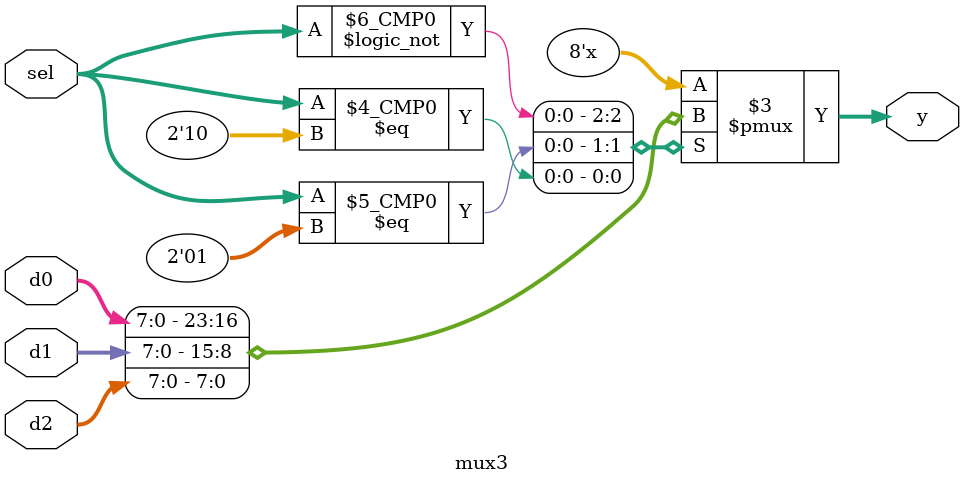
<source format=sv>
/*
 * Module for a 3 input multiplexer.
 */
module mux3 #(parameter WIDTH = 8)
             (input  logic [WIDTH-1:0] d0, d1, d2,
              input  logic [1:0]       sel, 
              output logic [WIDTH-1:0] y);

	always_comb
	begin
		case(sel)
			2'b00: y = d0;
			2'b01: y = d1;
			2'b10: y = d2;
			default: y = {WIDTH{1'bx}};
		endcase
	end
endmodule

</source>
